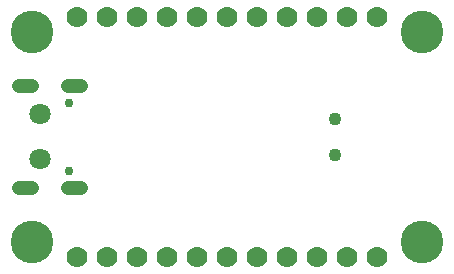
<source format=gbr>
G04 EAGLE Gerber RS-274X export*
G75*
%MOMM*%
%FSLAX34Y34*%
%LPD*%
%INSoldermask Bottom*%
%IPPOS*%
%AMOC8*
5,1,8,0,0,1.08239X$1,22.5*%
G01*
%ADD10C,3.617600*%
%ADD11C,1.801600*%
%ADD12C,1.209600*%
%ADD13C,0.751600*%
%ADD14C,1.101600*%
%ADD15C,1.778000*%


D10*
X25400Y203200D03*
X25400Y25400D03*
X355600Y25400D03*
X355600Y203200D03*
D11*
X31750Y95250D03*
X31750Y133350D03*
D12*
X25190Y157500D02*
X14110Y157500D01*
X14110Y71100D02*
X25190Y71100D01*
X55910Y71100D02*
X66990Y71100D01*
X66990Y157500D02*
X55910Y157500D01*
D13*
X56450Y85400D03*
X56450Y143200D03*
D14*
X281940Y129300D03*
X281940Y99300D03*
D15*
X63500Y12700D03*
X88900Y12700D03*
X114300Y12700D03*
X139700Y12700D03*
X165100Y12700D03*
X190500Y12700D03*
X215900Y12700D03*
X241300Y12700D03*
X266700Y12700D03*
X292100Y12700D03*
X317500Y12700D03*
X317500Y215900D03*
X292100Y215900D03*
X266700Y215900D03*
X241300Y215900D03*
X215900Y215900D03*
X190500Y215900D03*
X165100Y215900D03*
X139700Y215900D03*
X114300Y215900D03*
X88900Y215900D03*
X63500Y215900D03*
M02*

</source>
